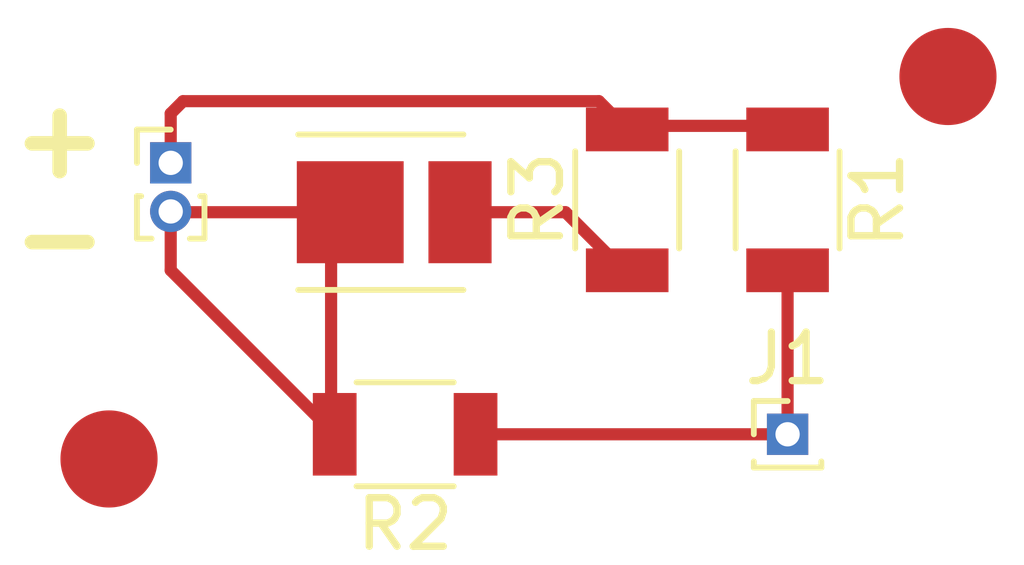
<source format=kicad_pcb>
(kicad_pcb (version 4) (host pcbnew 4.0.7)

  (general
    (links 7)
    (no_connects 0)
    (area 131.826 100.33 160.02 113.538)
    (thickness 1.6)
    (drawings 2)
    (tracks 26)
    (zones 0)
    (modules 8)
    (nets 5)
  )

  (page A4)
  (title_block
  )

  (layers
    (0 F.Cu signal)
    (31 B.Cu signal)
    (32 B.Adhes user)
    (33 F.Adhes user)
    (34 B.Paste user)
    (35 F.Paste user)
    (36 B.SilkS user)
    (37 F.SilkS user)
    (38 B.Mask user)
    (39 F.Mask user)
    (40 Dwgs.User user)
    (41 Cmts.User user)
    (42 Eco1.User user)
    (43 Eco2.User user)
    (44 Edge.Cuts user)
    (45 Margin user)
    (46 B.CrtYd user)
    (47 F.CrtYd user)
    (48 B.Fab user)
    (49 F.Fab user)
  )

  (setup
    (last_trace_width 0.25)
    (trace_clearance 0.2)
    (zone_clearance 0.508)
    (zone_45_only no)
    (trace_min 0.2)
    (segment_width 0.2)
    (edge_width 0.15)
    (via_size 0.6)
    (via_drill 0.4)
    (via_min_size 0.4)
    (via_min_drill 0.3)
    (uvia_size 0.3)
    (uvia_drill 0.1)
    (uvias_allowed no)
    (uvia_min_size 0.2)
    (uvia_min_drill 0.1)
    (pcb_text_width 0.3)
    (pcb_text_size 1.5 1.5)
    (mod_edge_width 0.15)
    (mod_text_size 1 1)
    (mod_text_width 0.15)
    (pad_size 2 2)
    (pad_drill 0)
    (pad_to_mask_clearance 0.2)
    (aux_axis_origin 137.414 110.998)
    (grid_origin 137.414 110.998)
    (visible_elements FFFFFF7F)
    (pcbplotparams
      (layerselection 0x00030_80000001)
      (usegerberextensions false)
      (excludeedgelayer true)
      (linewidth 0.1)
      (plotframeref false)
      (viasonmask false)
      (mode 1)
      (useauxorigin false)
      (hpglpennumber 1)
      (hpglpenspeed 20)
      (hpglpendiameter 15)
      (hpglpenoverlay 2)
      (psnegative false)
      (psa4output false)
      (plotreference true)
      (plotvalue true)
      (plotinvisibletext false)
      (padsonsilk false)
      (subtractmaskfromsilk false)
      (outputformat 1)
      (mirror false)
      (drillshape 0)
      (scaleselection 1)
      (outputdirectory ./)
    )
  )

  (net 0 "")
  (net 1 GND)
  (net 2 "Net-(D1-Pad2)")
  (net 3 +3V3)
  (net 4 "Net-(J1-Pad1)")

  (net_class Default "This is the default net class."
    (clearance 0.2)
    (trace_width 0.25)
    (via_dia 0.6)
    (via_drill 0.4)
    (uvia_dia 0.3)
    (uvia_drill 0.1)
    (add_net +3V3)
    (add_net GND)
    (add_net "Net-(D1-Pad2)")
    (add_net "Net-(J1-Pad1)")
  )

  (module LEDs:LED_PLCC_2835 (layer F.Cu) (tedit 59CD0DF5) (tstamp 59CD0AF8)
    (at 143.51 105.918)
    (descr http://www.everlight.com/file/ProductFile/67-21S-KK2C-H4040QAR32835Z15-2T.pdf)
    (tags LED)
    (path /59CBED80)
    (fp_text reference D1 (at -0.18 2.6) (layer F.SilkS) hide
      (effects (font (size 1 1) (thickness 0.15)))
    )
    (fp_text value LED (at -0.2 -2.45) (layer F.Fab)
      (effects (font (size 1 1) (thickness 0.15)))
    )
    (fp_line (start 1.2 -0.75) (end 0.7 -0.75) (layer F.Fab) (width 0.1))
    (fp_line (start 0.95 -0.5) (end 0.95 -1) (layer F.Fab) (width 0.1))
    (fp_line (start 2 -1.7) (end 2 1.7) (layer F.CrtYd) (width 0.05))
    (fp_line (start -2.45 -1.7) (end 2 -1.7) (layer F.CrtYd) (width 0.05))
    (fp_line (start -2.45 1.7) (end -2.45 -1.7) (layer F.CrtYd) (width 0.05))
    (fp_line (start 2 1.7) (end -2.45 1.7) (layer F.CrtYd) (width 0.05))
    (fp_line (start 1.2 -1.6) (end -2.2 -1.6) (layer F.SilkS) (width 0.12))
    (fp_line (start 1.2 1.6) (end -2.2 1.6) (layer F.SilkS) (width 0.12))
    (fp_line (start 1.4 -0.8) (end 1.4 0) (layer F.Fab) (width 0.1))
    (fp_line (start 1 -1.2) (end 1.4 -0.8) (layer F.Fab) (width 0.1))
    (fp_line (start -1.4 -1.2) (end 1 -1.2) (layer F.Fab) (width 0.1))
    (fp_line (start -1.8 -0.8) (end -1.4 -1.2) (layer F.Fab) (width 0.1))
    (fp_line (start -1.8 0.8) (end -1.8 -0.8) (layer F.Fab) (width 0.1))
    (fp_line (start -1.4 1.2) (end -1.8 0.8) (layer F.Fab) (width 0.1))
    (fp_line (start 1 1.2) (end -1.4 1.2) (layer F.Fab) (width 0.1))
    (fp_line (start 1.4 0.8) (end 1 1.2) (layer F.Fab) (width 0.1))
    (fp_line (start 1.4 0) (end 1.4 0.8) (layer F.Fab) (width 0.1))
    (fp_line (start 1.55 -1.4) (end 1.55 1.4) (layer F.Fab) (width 0.1))
    (fp_line (start -1.95 -1.4) (end 1.55 -1.4) (layer F.Fab) (width 0.1))
    (fp_line (start -1.95 1.4) (end -1.95 -1.4) (layer F.Fab) (width 0.1))
    (fp_line (start 1.55 1.4) (end -1.95 1.4) (layer F.Fab) (width 0.1))
    (pad 1 smd rect (at -1.13 0 180) (size 2.2 2.1) (layers F.Cu F.Paste F.Mask)
      (net 1 GND))
    (pad 2 smd rect (at 1.13 0 180) (size 1.3 2.1) (layers F.Cu F.Paste F.Mask)
      (net 2 "Net-(D1-Pad2)"))
  )

  (module Resistors_SMD:R_1206 (layer F.Cu) (tedit 58E0A804) (tstamp 59CD0AFE)
    (at 151.384 105.664 270)
    (descr "Resistor SMD 1206, reflow soldering, Vishay (see dcrcw.pdf)")
    (tags "resistor 1206")
    (path /59CBE770)
    (fp_text reference R1 (at 0 -1.85 270) (layer F.SilkS)
      (effects (font (size 1 1) (thickness 0.15)))
    )
    (fp_text value R (at 0 1.95 270) (layer F.Fab)
      (effects (font (size 1 1) (thickness 0.15)))
    )
    (fp_text user %R (at 0 0 270) (layer F.Fab)
      (effects (font (size 0.7 0.7) (thickness 0.105)))
    )
    (fp_line (start -1.6 0.8) (end -1.6 -0.8) (layer F.Fab) (width 0.1))
    (fp_line (start 1.6 0.8) (end -1.6 0.8) (layer F.Fab) (width 0.1))
    (fp_line (start 1.6 -0.8) (end 1.6 0.8) (layer F.Fab) (width 0.1))
    (fp_line (start -1.6 -0.8) (end 1.6 -0.8) (layer F.Fab) (width 0.1))
    (fp_line (start 1 1.07) (end -1 1.07) (layer F.SilkS) (width 0.12))
    (fp_line (start -1 -1.07) (end 1 -1.07) (layer F.SilkS) (width 0.12))
    (fp_line (start -2.15 -1.11) (end 2.15 -1.11) (layer F.CrtYd) (width 0.05))
    (fp_line (start -2.15 -1.11) (end -2.15 1.1) (layer F.CrtYd) (width 0.05))
    (fp_line (start 2.15 1.1) (end 2.15 -1.11) (layer F.CrtYd) (width 0.05))
    (fp_line (start 2.15 1.1) (end -2.15 1.1) (layer F.CrtYd) (width 0.05))
    (pad 1 smd rect (at -1.45 0 270) (size 0.9 1.7) (layers F.Cu F.Paste F.Mask)
      (net 3 +3V3))
    (pad 2 smd rect (at 1.45 0 270) (size 0.9 1.7) (layers F.Cu F.Paste F.Mask)
      (net 4 "Net-(J1-Pad1)"))
  )

  (module Resistors_SMD:R_1206 (layer F.Cu) (tedit 58E0A804) (tstamp 59CD0B04)
    (at 143.51 110.49 180)
    (descr "Resistor SMD 1206, reflow soldering, Vishay (see dcrcw.pdf)")
    (tags "resistor 1206")
    (path /59CBE790)
    (fp_text reference R2 (at 0 -1.85 180) (layer F.SilkS)
      (effects (font (size 1 1) (thickness 0.15)))
    )
    (fp_text value R (at 0 1.95 180) (layer F.Fab)
      (effects (font (size 1 1) (thickness 0.15)))
    )
    (fp_text user %R (at 0 0 180) (layer F.Fab)
      (effects (font (size 0.7 0.7) (thickness 0.105)))
    )
    (fp_line (start -1.6 0.8) (end -1.6 -0.8) (layer F.Fab) (width 0.1))
    (fp_line (start 1.6 0.8) (end -1.6 0.8) (layer F.Fab) (width 0.1))
    (fp_line (start 1.6 -0.8) (end 1.6 0.8) (layer F.Fab) (width 0.1))
    (fp_line (start -1.6 -0.8) (end 1.6 -0.8) (layer F.Fab) (width 0.1))
    (fp_line (start 1 1.07) (end -1 1.07) (layer F.SilkS) (width 0.12))
    (fp_line (start -1 -1.07) (end 1 -1.07) (layer F.SilkS) (width 0.12))
    (fp_line (start -2.15 -1.11) (end 2.15 -1.11) (layer F.CrtYd) (width 0.05))
    (fp_line (start -2.15 -1.11) (end -2.15 1.1) (layer F.CrtYd) (width 0.05))
    (fp_line (start 2.15 1.1) (end 2.15 -1.11) (layer F.CrtYd) (width 0.05))
    (fp_line (start 2.15 1.1) (end -2.15 1.1) (layer F.CrtYd) (width 0.05))
    (pad 1 smd rect (at -1.45 0 180) (size 0.9 1.7) (layers F.Cu F.Paste F.Mask)
      (net 4 "Net-(J1-Pad1)"))
    (pad 2 smd rect (at 1.45 0 180) (size 0.9 1.7) (layers F.Cu F.Paste F.Mask)
      (net 1 GND))
  )

  (module Resistors_SMD:R_1206 (layer F.Cu) (tedit 58E0A804) (tstamp 59CD0B0A)
    (at 148.082 105.664 90)
    (descr "Resistor SMD 1206, reflow soldering, Vishay (see dcrcw.pdf)")
    (tags "resistor 1206")
    (path /59CBECBC)
    (fp_text reference R3 (at 0 -1.85 90) (layer F.SilkS)
      (effects (font (size 1 1) (thickness 0.15)))
    )
    (fp_text value R (at 0 1.95 90) (layer F.Fab)
      (effects (font (size 1 1) (thickness 0.15)))
    )
    (fp_text user %R (at 0 0 90) (layer F.Fab)
      (effects (font (size 0.7 0.7) (thickness 0.105)))
    )
    (fp_line (start -1.6 0.8) (end -1.6 -0.8) (layer F.Fab) (width 0.1))
    (fp_line (start 1.6 0.8) (end -1.6 0.8) (layer F.Fab) (width 0.1))
    (fp_line (start 1.6 -0.8) (end 1.6 0.8) (layer F.Fab) (width 0.1))
    (fp_line (start -1.6 -0.8) (end 1.6 -0.8) (layer F.Fab) (width 0.1))
    (fp_line (start 1 1.07) (end -1 1.07) (layer F.SilkS) (width 0.12))
    (fp_line (start -1 -1.07) (end 1 -1.07) (layer F.SilkS) (width 0.12))
    (fp_line (start -2.15 -1.11) (end 2.15 -1.11) (layer F.CrtYd) (width 0.05))
    (fp_line (start -2.15 -1.11) (end -2.15 1.1) (layer F.CrtYd) (width 0.05))
    (fp_line (start 2.15 1.1) (end 2.15 -1.11) (layer F.CrtYd) (width 0.05))
    (fp_line (start 2.15 1.1) (end -2.15 1.1) (layer F.CrtYd) (width 0.05))
    (pad 1 smd rect (at -1.45 0 90) (size 0.9 1.7) (layers F.Cu F.Paste F.Mask)
      (net 2 "Net-(D1-Pad2)"))
    (pad 2 smd rect (at 1.45 0 90) (size 0.9 1.7) (layers F.Cu F.Paste F.Mask)
      (net 3 +3V3))
  )

  (module Pin_Headers:Pin_Header_Straight_1x02_Pitch1.00mm (layer F.Cu) (tedit 59CD0DE2) (tstamp 59CD0B55)
    (at 138.684 104.902)
    (descr "Through hole straight pin header, 1x02, 1.00mm pitch, single row")
    (tags "Through hole pin header THT 1x02 1.00mm single row")
    (path /59CD0E8A)
    (fp_text reference PowerIn1 (at 0 -1.56) (layer F.SilkS) hide
      (effects (font (size 1 1) (thickness 0.15)))
    )
    (fp_text value Conn_01x02_Male (at 0 2.56) (layer F.Fab) hide
      (effects (font (size 1 1) (thickness 0.15)))
    )
    (fp_line (start -0.3175 -0.5) (end 0.635 -0.5) (layer F.Fab) (width 0.1))
    (fp_line (start 0.635 -0.5) (end 0.635 1.5) (layer F.Fab) (width 0.1))
    (fp_line (start 0.635 1.5) (end -0.635 1.5) (layer F.Fab) (width 0.1))
    (fp_line (start -0.635 1.5) (end -0.635 -0.1825) (layer F.Fab) (width 0.1))
    (fp_line (start -0.635 -0.1825) (end -0.3175 -0.5) (layer F.Fab) (width 0.1))
    (fp_line (start -0.695 1.56) (end -0.394493 1.56) (layer F.SilkS) (width 0.12))
    (fp_line (start 0.394493 1.56) (end 0.695 1.56) (layer F.SilkS) (width 0.12))
    (fp_line (start -0.695 0.685) (end -0.695 1.56) (layer F.SilkS) (width 0.12))
    (fp_line (start 0.695 0.685) (end 0.695 1.56) (layer F.SilkS) (width 0.12))
    (fp_line (start -0.695 0.685) (end -0.608276 0.685) (layer F.SilkS) (width 0.12))
    (fp_line (start 0.608276 0.685) (end 0.695 0.685) (layer F.SilkS) (width 0.12))
    (fp_line (start -0.695 0) (end -0.695 -0.685) (layer F.SilkS) (width 0.12))
    (fp_line (start -0.695 -0.685) (end 0 -0.685) (layer F.SilkS) (width 0.12))
    (fp_line (start -1.15 -1) (end -1.15 2) (layer F.CrtYd) (width 0.05))
    (fp_line (start -1.15 2) (end 1.15 2) (layer F.CrtYd) (width 0.05))
    (fp_line (start 1.15 2) (end 1.15 -1) (layer F.CrtYd) (width 0.05))
    (fp_line (start 1.15 -1) (end -1.15 -1) (layer F.CrtYd) (width 0.05))
    (fp_text user %R (at 0 0.5 90) (layer F.Fab)
      (effects (font (size 0.76 0.76) (thickness 0.114)))
    )
    (pad 1 thru_hole rect (at 0 0) (size 0.85 0.85) (drill 0.5) (layers *.Cu *.Mask)
      (net 3 +3V3))
    (pad 2 thru_hole oval (at 0 1) (size 0.85 0.85) (drill 0.5) (layers *.Cu *.Mask)
      (net 1 GND))
  )

  (module Pin_Headers:Pin_Header_Straight_1x01_Pitch1.00mm (layer F.Cu) (tedit 59CD0D52) (tstamp 59CD0D46)
    (at 151.384 110.49)
    (descr "Through hole straight pin header, 1x01, 1.00mm pitch, single row")
    (tags "Through hole pin header THT 1x01 1.00mm single row")
    (path /59CD1B02)
    (fp_text reference J1 (at 0 -1.56) (layer F.SilkS)
      (effects (font (size 1 1) (thickness 0.15)))
    )
    (fp_text value Conn_01x01 (at 0 1.56) (layer F.Fab) hide
      (effects (font (size 1 1) (thickness 0.15)))
    )
    (fp_line (start -0.3175 -0.5) (end 0.635 -0.5) (layer F.Fab) (width 0.1))
    (fp_line (start 0.635 -0.5) (end 0.635 0.5) (layer F.Fab) (width 0.1))
    (fp_line (start 0.635 0.5) (end -0.635 0.5) (layer F.Fab) (width 0.1))
    (fp_line (start -0.635 0.5) (end -0.635 -0.1825) (layer F.Fab) (width 0.1))
    (fp_line (start -0.635 -0.1825) (end -0.3175 -0.5) (layer F.Fab) (width 0.1))
    (fp_line (start -0.695 0.685) (end 0.695 0.685) (layer F.SilkS) (width 0.12))
    (fp_line (start -0.695 0.685) (end -0.695 0.56) (layer F.SilkS) (width 0.12))
    (fp_line (start 0.695 0.685) (end 0.695 0.56) (layer F.SilkS) (width 0.12))
    (fp_line (start -0.695 0.685) (end -0.608276 0.685) (layer F.SilkS) (width 0.12))
    (fp_line (start 0.608276 0.685) (end 0.695 0.685) (layer F.SilkS) (width 0.12))
    (fp_line (start -0.695 0) (end -0.695 -0.685) (layer F.SilkS) (width 0.12))
    (fp_line (start -0.695 -0.685) (end 0 -0.685) (layer F.SilkS) (width 0.12))
    (fp_line (start -1.15 -1) (end -1.15 1) (layer F.CrtYd) (width 0.05))
    (fp_line (start -1.15 1) (end 1.15 1) (layer F.CrtYd) (width 0.05))
    (fp_line (start 1.15 1) (end 1.15 -1) (layer F.CrtYd) (width 0.05))
    (fp_line (start 1.15 -1) (end -1.15 -1) (layer F.CrtYd) (width 0.05))
    (fp_text user %R (at 0 0 90) (layer F.Fab)
      (effects (font (size 0.76 0.76) (thickness 0.114)))
    )
    (pad 1 thru_hole rect (at 0 0) (size 0.85 0.85) (drill 0.5) (layers *.Cu *.Mask)
      (net 4 "Net-(J1-Pad1)"))
  )

  (module Fiducials:Fiducial_1mm_Dia_2.54mm_Outer_CopperTop (layer F.Cu) (tedit 59CD0F08) (tstamp 59CD0E73)
    (at 137.414 110.998)
    (descr "Circular Fiducial, 1mm bare copper top; 2.54mm keepout")
    (tags marker)
    (fp_text reference FID0 (at 3.4 0.7) (layer F.SilkS) hide
      (effects (font (size 1 1) (thickness 0.15)))
    )
    (fp_text value "" (at 0 -1.8) (layer F.Fab) hide
      (effects (font (size 1 1) (thickness 0.15)))
    )
    (fp_circle (center 0 0) (end 1.55 0) (layer F.CrtYd) (width 0.05))
    (pad ~ smd circle (at 0 0) (size 2 2) (layers F.Cu F.Mask)
      (solder_mask_margin 0.77) (clearance 0.77))
  )

  (module Fiducials:Fiducial_1mm_Dia_2.54mm_Outer_CopperTop (layer F.Cu) (tedit 59CD0EF8) (tstamp 59CD0E88)
    (at 154.686 103.124)
    (descr "Circular Fiducial, 1mm bare copper top; 2.54mm keepout")
    (tags marker)
    (attr virtual)
    (fp_text reference FID1 (at 3.4 0.7) (layer F.SilkS) hide
      (effects (font (size 1 1) (thickness 0.15)))
    )
    (fp_text value "" (at 0 -1.8) (layer F.Fab) hide
      (effects (font (size 1 1) (thickness 0.15)))
    )
    (fp_circle (center 0 0) (end 1.55 0) (layer F.CrtYd) (width 0.05))
    (pad ~ smd circle (at 0 0) (size 2 2) (layers F.Cu F.Mask)
      (solder_mask_margin 0.77) (clearance 0.77))
  )

  (gr_text + (at 136.398 104.394) (layer F.SilkS)
    (effects (font (size 1.5 1.5) (thickness 0.3)))
  )
  (gr_text - (at 136.398 106.426) (layer F.SilkS)
    (effects (font (size 1.5 1.5) (thickness 0.3)))
  )

  (segment (start 138.684 105.902) (end 138.684 107.114) (width 0.25) (layer F.Cu) (net 1) (status 400000))
  (segment (start 138.684 107.114) (end 142.06 110.49) (width 0.25) (layer F.Cu) (net 1) (tstamp 59CD3E1F) (status 800000))
  (segment (start 142.38 105.918) (end 142.494 105.918) (width 0.25) (layer F.Cu) (net 1) (status 80000))
  (segment (start 142.494 105.918) (end 141.986 106.426) (width 0.25) (layer F.Cu) (net 1) (status 80000))
  (segment (start 141.986 106.426) (end 141.986 110.49) (width 0.25) (layer F.Cu) (net 1) (status 80000))
  (segment (start 141.986 110.49) (end 142.06 110.49) (width 0.25) (layer F.Cu) (net 1) (tstamp 59CD3E0B) (status 80000))
  (segment (start 142.38 105.918) (end 138.684 105.918) (width 0.25) (layer F.Cu) (net 1) (status 80000))
  (segment (start 138.684 105.918) (end 138.684 105.902) (width 0.25) (layer F.Cu) (net 1) (tstamp 59CD3E0A) (status 80000))
  (segment (start 138.684 105.902) (end 138.684 106.098) (width 0.25) (layer F.Cu) (net 1))
  (segment (start 142.38 110.17) (end 142.06 110.49) (width 0.25) (layer F.Cu) (net 1) (tstamp 59CD0C3E) (status 30))
  (segment (start 142.364 105.902) (end 142.38 105.918) (width 0.25) (layer F.Cu) (net 1) (tstamp 59CD0C3B))
  (segment (start 144.64 105.918) (end 146.812 105.918) (width 0.25) (layer F.Cu) (net 2) (status 80000))
  (segment (start 146.812 105.918) (end 148.082 107.188) (width 0.25) (layer F.Cu) (net 2) (status 80000))
  (segment (start 148.082 107.188) (end 148.082 107.114) (width 0.25) (layer F.Cu) (net 2) (tstamp 59CD3E0C) (status 80000))
  (segment (start 138.684 104.902) (end 138.684 103.886) (width 0.25) (layer F.Cu) (net 3) (status 400000))
  (segment (start 147.5 103.632) (end 148.082 104.214) (width 0.25) (layer F.Cu) (net 3) (tstamp 59CD3E17) (status 800000))
  (segment (start 138.938 103.632) (end 147.5 103.632) (width 0.25) (layer F.Cu) (net 3) (tstamp 59CD3E16))
  (segment (start 138.684 103.886) (end 138.938 103.632) (width 0.25) (layer F.Cu) (net 3) (tstamp 59CD3E15))
  (segment (start 148.082 104.214) (end 148.082 104.14) (width 0.25) (layer F.Cu) (net 3) (status 80000))
  (segment (start 151.384 104.214) (end 151.384 104.14) (width 0.25) (layer F.Cu) (net 3) (status 80000))
  (segment (start 151.384 104.14) (end 148.082 104.14) (width 0.25) (layer F.Cu) (net 3) (status 80000))
  (segment (start 148.082 104.14) (end 148.082 104.214) (width 0.25) (layer F.Cu) (net 3) (tstamp 59CD3E09) (status 80000))
  (segment (start 138.684 104.902) (end 138.684 104.648) (width 0.25) (layer F.Cu) (net 3))
  (segment (start 147.828 103.96) (end 148.082 104.214) (width 0.25) (layer F.Cu) (net 3) (tstamp 59CD0C4D) (status 30))
  (segment (start 144.96 110.49) (end 151.384 110.49) (width 0.25) (layer F.Cu) (net 4) (status C00000))
  (segment (start 151.384 107.114) (end 151.384 110.49) (width 0.25) (layer F.Cu) (net 4) (status 80000))

)

</source>
